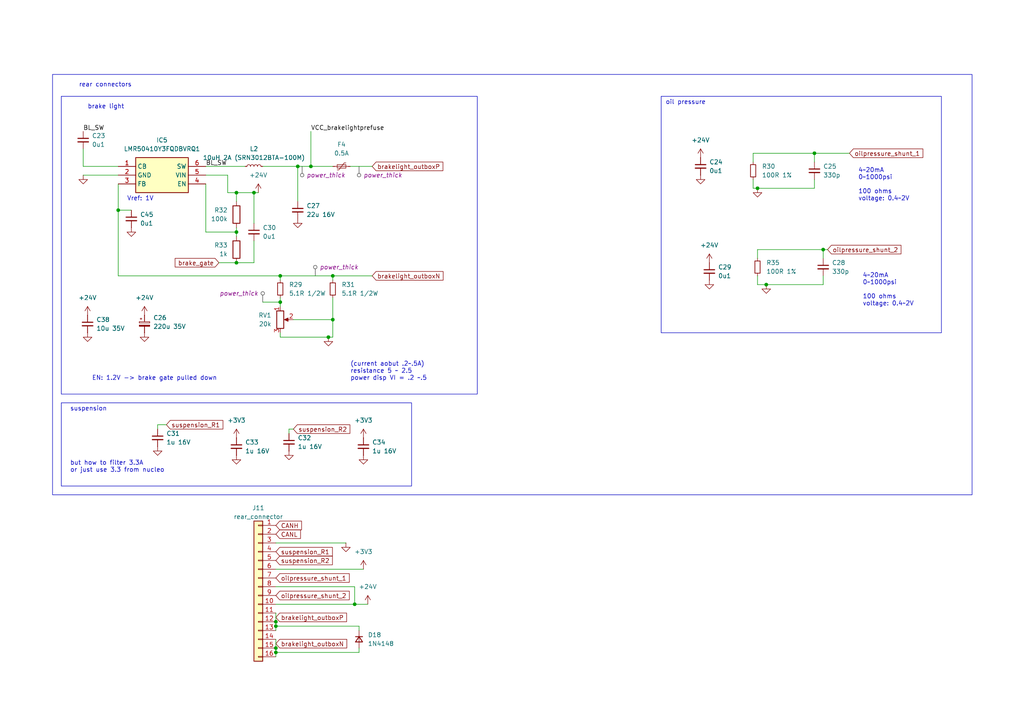
<source format=kicad_sch>
(kicad_sch (version 20231120) (generator "eeschema") (generator_version "8.0")
  (paper "A4")
  (title_block (title "rear box nucleo board 1") (date "2024-08-05") (rev "3.0") (company "NTURacing") (comment 1 "郭哲明") (comment 2 "Electrical group"))
  (lib_symbols
    (symbol "Connector_Generic:Conn_01x16" (pin_names (offset 1.016) hide)
      (property "Reference" "J" (at 0 20.32 0))
      (property "Value" "Conn_01x16" (at 0 -22.86 0))
      (symbol "Conn_01x16_1_1"
        (rectangle (start -1.27 -20.193) (end 0 -20.447) (stroke (width 0.1524)))
        (rectangle (start -1.27 -17.653) (end 0 -17.907) (stroke (width 0.1524)))
        (rectangle (start -1.27 -15.113) (end 0 -15.367) (stroke (width 0.1524)))
        (rectangle (start -1.27 -12.573) (end 0 -12.827) (stroke (width 0.1524)))
        (rectangle (start -1.27 -10.033) (end 0 -10.287) (stroke (width 0.1524)))
        (rectangle (start -1.27 -7.493) (end 0 -7.747) (stroke (width 0.1524)))
        (rectangle (start -1.27 -4.953) (end 0 -5.207) (stroke (width 0.1524)))
        (rectangle (start -1.27 -2.413) (end 0 -2.667) (stroke (width 0.1524)))
        (rectangle (start -1.27 0.127) (end 0 -0.127) (stroke (width 0.1524)))
        (rectangle (start -1.27 2.667) (end 0 2.413) (stroke (width 0.1524)))
        (rectangle (start -1.27 5.207) (end 0 4.953) (stroke (width 0.1524)))
        (rectangle (start -1.27 7.747) (end 0 7.493) (stroke (width 0.1524)))
        (rectangle (start -1.27 10.287) (end 0 10.033) (stroke (width 0.1524)))
        (rectangle (start -1.27 12.827) (end 0 12.573) (stroke (width 0.1524)))
        (rectangle (start -1.27 15.367) (end 0 15.113) (stroke (width 0.1524)))
        (rectangle (start -1.27 17.907) (end 0 17.653) (stroke (width 0.1524)))
        (rectangle (start -1.27 19.05) (end 1.27 -21.59) (stroke (width 0.254)) (fill (type background)))
        (pin passive line (at -5.08 17.78 0) (length 3.81) (name "Pin_1") (number "1"))
        (pin passive line (at -5.08 -5.08 0) (length 3.81) (name "Pin_10") (number "10"))
        (pin passive line (at -5.08 -7.62 0) (length 3.81) (name "Pin_11") (number "11"))
        (pin passive line (at -5.08 -10.16 0) (length 3.81) (name "Pin_12") (number "12"))
        (pin passive line (at -5.08 -12.7 0) (length 3.81) (name "Pin_13") (number "13"))
        (pin passive line (at -5.08 -15.24 0) (length 3.81) (name "Pin_14") (number "14"))
        (pin passive line (at -5.08 -17.78 0) (length 3.81) (name "Pin_15") (number "15"))
        (pin passive line (at -5.08 -20.32 0) (length 3.81) (name "Pin_16") (number "16"))
        (pin passive line (at -5.08 15.24 0) (length 3.81) (name "Pin_2") (number "2"))
        (pin passive line (at -5.08 12.7 0) (length 3.81) (name "Pin_3") (number "3"))
        (pin passive line (at -5.08 10.16 0) (length 3.81) (name "Pin_4") (number "4"))
        (pin passive line (at -5.08 7.62 0) (length 3.81) (name "Pin_5") (number "5"))
        (pin passive line (at -5.08 5.08 0) (length 3.81) (name "Pin_6") (number "6"))
        (pin passive line (at -5.08 2.54 0) (length 3.81) (name "Pin_7") (number "7"))
        (pin passive line (at -5.08 0 0) (length 3.81) (name "Pin_8") (number "8"))
        (pin passive line (at -5.08 -2.54 0) (length 3.81) (name "Pin_9") (number "9"))
      )
    )
    (symbol "Device:C_Polarized_Small" (pin_numbers hide) (pin_names (offset 0.254) hide)
      (property "Reference" "C" (at 0.254 1.778 0))
      (property "Value" "C_Polarized_Small" (at 0.254 -2.032 0))
      (symbol "C_Polarized_Small_0_1"
        (rectangle (start -1.524 -0.3048) (end 1.524 -0.6858) (fill (type outline)))
        (rectangle (start -1.524 0.6858) (end 1.524 0.3048))
        (polyline (pts (xy -1.27 1.524) (xy -0.762 1.524)))
        (polyline (pts (xy -1.016 1.27) (xy -1.016 1.778)))
      )
      (symbol "C_Polarized_Small_1_1"
        (pin passive line (at 0 2.54 270) (length 1.8542) (name "~") (number "1"))
        (pin passive line (at 0 -2.54 90) (length 1.8542) (name "~") (number "2"))
      )
    )
    (symbol "Device:C_Small" (pin_numbers hide) (pin_names (offset 0.254) hide)
      (property "Reference" "C" (at 0.254 1.778 0))
      (property "Value" "C_Small" (at 0.254 -2.032 0))
      (symbol "C_Small_0_1"
        (polyline (pts (xy -1.524 -0.508) (xy 1.524 -0.508)) (stroke (width 0.3302)))
        (polyline (pts (xy -1.524 0.508) (xy 1.524 0.508)) (stroke (width 0.3048)))
      )
      (symbol "C_Small_1_1"
        (pin passive line (at 0 2.54 270) (length 2.032) (name "~") (number "1"))
        (pin passive line (at 0 -2.54 90) (length 2.032) (name "~") (number "2"))
      )
    )
    (symbol "Device:D_Small" (pin_numbers hide) (pin_names (offset 0.254) hide)
      (property "Reference" "D" (at -1.27 2.032 0))
      (property "Value" "D_Small" (at -3.81 -2.032 0))
      (symbol "D_Small_0_1"
        (polyline (pts (xy -0.762 -1.016) (xy -0.762 1.016)) (stroke (width 0.254)))
        (polyline (pts (xy -0.762 0) (xy 0.762 0)))
        (polyline (pts (xy 0.762 -1.016) (xy -0.762 0) (xy 0.762 1.016) (xy 0.762 -1.016)) (stroke (width 0.254)))
      )
      (symbol "D_Small_1_1"
        (pin passive line (at -2.54 0 0) (length 1.778) (name "K") (number "1"))
        (pin passive line (at 2.54 0 180) (length 1.778) (name "A") (number "2"))
      )
    )
    (symbol "Device:L_Small" (pin_numbers hide) (pin_names (offset 0.254) hide)
      (property "Reference" "L" (at 0.762 1.016 0))
      (property "Value" "L_Small" (at 0.762 -1.016 0))
      (symbol "L_Small_0_1"
        (arc (start 0 -2.032) (mid 0.5058 -1.524) (end 0 -1.016))
        (arc (start 0 -1.016) (mid 0.5058 -0.508) (end 0 0))
        (arc (start 0 0) (mid 0.5058 0.508) (end 0 1.016))
        (arc (start 0 1.016) (mid 0.5058 1.524) (end 0 2.032))
      )
      (symbol "L_Small_1_1"
        (pin passive line (at 0 2.54 270) (length 0.508) (name "~") (number "1"))
        (pin passive line (at 0 -2.54 90) (length 0.508) (name "~") (number "2"))
      )
    )
    (symbol "Device:Polyfuse_Small" (pin_numbers hide) (pin_names (offset 0))
      (property "Reference" "F" (at -1.905 0 90))
      (property "Value" "Polyfuse_Small" (at 1.905 0 90))
      (symbol "Polyfuse_Small_0_1"
        (rectangle (start -0.508 1.27) (end 0.508 -1.27))
        (polyline (pts (xy 0 2.54) (xy 0 -2.54)))
        (polyline (pts (xy -1.016 1.27) (xy -1.016 0.762) (xy 1.016 -0.762) (xy 1.016 -1.27)))
      )
      (symbol "Polyfuse_Small_1_1"
        (pin passive line (at 0 2.54 270) (length 0.635) (name "~") (number "1"))
        (pin passive line (at 0 -2.54 90) (length 0.635) (name "~") (number "2"))
      )
    )
    (symbol "Device:R" (pin_numbers hide) (pin_names (offset 0))
      (property "Reference" "R" (at 2.032 0 90))
      (property "Value" "R" (at 0 0 90))
      (symbol "R_0_1"
        (rectangle (start -1.016 -2.54) (end 1.016 2.54) (stroke (width 0.254)))
      )
      (symbol "R_1_1"
        (pin passive line (at 0 3.81 270) (length 1.27) (name "~") (number "1"))
        (pin passive line (at 0 -3.81 90) (length 1.27) (name "~") (number "2"))
      )
    )
    (symbol "Device:R_Potentiometer" (pin_names (offset 1.016) hide)
      (property "Reference" "RV" (at -4.445 0 90))
      (property "Value" "R_Potentiometer" (at -2.54 0 90))
      (symbol "R_Potentiometer_0_1"
        (polyline (pts (xy 2.54 0) (xy 1.524 0)))
        (polyline (pts (xy 1.143 0) (xy 2.286 0.508) (xy 2.286 -0.508) (xy 1.143 0)) (fill (type outline)))
        (rectangle (start 1.016 2.54) (end -1.016 -2.54) (stroke (width 0.254)))
      )
      (symbol "R_Potentiometer_1_1"
        (pin passive line (at 0 3.81 270) (length 1.27) (name "1") (number "1"))
        (pin passive line (at 3.81 0 180) (length 1.27) (name "2") (number "2"))
        (pin passive line (at 0 -3.81 90) (length 1.27) (name "3") (number "3"))
      )
    )
    (symbol "Device:R_Small" (pin_numbers hide) (pin_names (offset 0.254) hide)
      (property "Reference" "R" (at 0.762 0.508 0))
      (property "Value" "R_Small" (at 0.762 -1.016 0))
      (symbol "R_Small_0_1"
        (rectangle (start -0.762 1.778) (end 0.762 -1.778) (stroke (width 0.2032)))
      )
      (symbol "R_Small_1_1"
        (pin passive line (at 0 2.54 270) (length 0.762) (name "~") (number "1"))
        (pin passive line (at 0 -2.54 90) (length 0.762) (name "~") (number "2"))
      )
    )
    (symbol "SamacSys_Parts:LMR50410Y3FQDBVRQ1"
      (property "Reference" "IC" (at 21.59 7.62 0))
      (property "Value" "LMR50410Y3FQDBVRQ1" (at 21.59 5.08 0))
      (symbol "LMR50410Y3FQDBVRQ1_1_1"
        (rectangle (start 5.08 2.54) (end 20.32 -7.62) (stroke (width 0.254)) (fill (type background)))
        (pin passive line (at 0 0 0) (length 5.08) (name "CB") (number "1"))
        (pin passive line (at 0 -2.54 0) (length 5.08) (name "GND") (number "2"))
        (pin passive line (at 0 -5.08 0) (length 5.08) (name "FB") (number "3"))
        (pin passive line (at 25.4 -5.08 180) (length 5.08) (name "EN") (number "4"))
        (pin passive line (at 25.4 -2.54 180) (length 5.08) (name "VIN") (number "5"))
        (pin passive line (at 25.4 0 180) (length 5.08) (name "SW") (number "6"))
      )
    )
    (symbol "power:+24V" (power) (pin_numbers hide) (pin_names (offset 0) hide)
      (property "Value" "+24V" (at 0 3.556 0))
      (symbol "+24V_0_1"
        (polyline (pts (xy -0.762 1.27) (xy 0 2.54)))
        (polyline (pts (xy 0 0) (xy 0 2.54)))
        (polyline (pts (xy 0 2.54) (xy 0.762 1.27)))
      )
      (symbol "+24V_1_1"
        (pin power_in line (at 0 0 90) (length 0) (name "~") (number "1"))
      )
    )
    (symbol "power:+3V3" (power) (pin_numbers hide) (pin_names (offset 0) hide)
      (property "Value" "+3V3" (at 0 3.556 0))
      (symbol "+3V3_0_1"
        (polyline (pts (xy -0.762 1.27) (xy 0 2.54)))
        (polyline (pts (xy 0 0) (xy 0 2.54)))
        (polyline (pts (xy 0 2.54) (xy 0.762 1.27)))
      )
      (symbol "+3V3_1_1"
        (pin power_in line (at 0 0 90) (length 0) (name "~") (number "1"))
      )
    )
    (symbol "power:GND" (power) (pin_numbers hide) (pin_names (offset 0) hide)
      (property "Value" "GND" (at 0 -3.81 0))
      (symbol "GND_0_1"
        (polyline (pts (xy 0 0) (xy 0 -1.27) (xy 1.27 -1.27) (xy 0 -2.54) (xy -1.27 -1.27) (xy 0 -1.27)))
      )
      (symbol "GND_1_1"
        (pin power_in line (at 0 0 270) (length 0) (name "~") (number "1"))
      )
    )
  )
  (junction (at 219.71 54.61))
  (junction (at 73.66 55.88))
  (junction (at 68.58 76.2))
  (junction (at 90.17 48.26))
  (junction (at 68.58 67.31))
  (junction (at 34.29 60.96))
  (junction (at 80.01 189.23))
  (junction (at 222.25 82.55))
  (junction (at 102.87 175.26))
  (junction (at 86.36 48.26))
  (junction (at 81.28 87.63))
  (junction (at 80.01 180.34))
  (junction (at 236.22 44.45))
  (junction (at 80.01 181.61))
  (junction (at 96.52 92.71))
  (junction (at 238.76 72.39))
  (junction (at 68.58 55.88))
  (junction (at 80.01 187.96))
  (junction (at 96.52 80.01))
  (junction (at 95.25 97.79))
  (junction (at 81.28 80.01))
  (wire (pts (xy 68.58 66.04) (xy 68.58 67.31)))
  (wire (pts (xy 80.01 189.23) (xy 80.01 187.96)))
  (wire (pts (xy 59.69 67.31) (xy 68.58 67.31)))
  (wire (pts (xy 83.82 125.73) (xy 83.82 124.46)))
  (wire (pts (xy 81.28 97.79) (xy 95.25 97.79)))
  (wire (pts (xy 68.58 55.88) (xy 66.04 55.88)))
  (wire (pts (xy 236.22 44.45) (xy 246.38 44.45)))
  (wire (pts (xy 76.2 48.26) (xy 86.36 48.26)))
  (wire (pts (xy 238.76 80.01) (xy 238.76 82.55)))
  (wire (pts (xy 34.29 60.96) (xy 34.29 80.01)))
  (wire (pts (xy 218.44 52.07) (xy 218.44 54.61)))
  (wire (pts (xy 80.01 180.34) (xy 80.01 181.61)))
  (wire (pts (xy 219.71 72.39) (xy 219.71 74.93)))
  (wire (pts (xy 236.22 52.07) (xy 236.22 54.61)))
  (wire (pts (xy 80.01 181.61) (xy 80.01 182.88)))
  (wire (pts (xy 104.14 181.61) (xy 104.14 182.88)))
  (wire (pts (xy 76.2 87.63) (xy 81.28 87.63)))
  (wire (pts (xy 83.82 124.46) (xy 85.09 124.46)))
  (wire (pts (xy 80.01 165.1) (xy 105.41 165.1)))
  (wire (pts (xy 90.17 38.1) (xy 90.17 48.26)))
  (wire (pts (xy 80.01 189.23) (xy 80.01 190.5)))
  (wire (pts (xy 107.95 80.01) (xy 96.52 80.01)))
  (wire (pts (xy 81.28 80.01) (xy 96.52 80.01)))
  (wire (pts (xy 68.58 58.42) (xy 68.58 55.88)))
  (wire (pts (xy 34.29 53.34) (xy 34.29 60.96)))
  (wire (pts (xy 73.66 55.88) (xy 73.66 64.77)))
  (wire (pts (xy 68.58 55.88) (xy 73.66 55.88)))
  (wire (pts (xy 106.68 175.26) (xy 102.87 175.26)))
  (wire (pts (xy 219.71 72.39) (xy 238.76 72.39)))
  (wire (pts (xy 96.52 97.79) (xy 95.25 97.79)))
  (wire (pts (xy 96.52 86.36) (xy 96.52 92.71)))
  (wire (pts (xy 34.29 48.26) (xy 24.13 48.26)))
  (wire (pts (xy 80.01 181.61) (xy 104.14 181.61)))
  (wire (pts (xy 238.76 72.39) (xy 238.76 74.93)))
  (wire (pts (xy 81.28 81.28) (xy 81.28 80.01)))
  (wire (pts (xy 238.76 72.39) (xy 240.03 72.39)))
  (wire (pts (xy 104.14 189.23) (xy 104.14 187.96)))
  (wire (pts (xy 81.28 80.01) (xy 34.29 80.01)))
  (wire (pts (xy 102.87 175.26) (xy 102.87 170.18)))
  (wire (pts (xy 219.71 54.61) (xy 236.22 54.61)))
  (wire (pts (xy 219.71 80.01) (xy 219.71 82.55)))
  (wire (pts (xy 81.28 87.63) (xy 81.28 88.9)))
  (wire (pts (xy 24.13 50.8) (xy 34.29 50.8)))
  (wire (pts (xy 101.6 48.26) (xy 107.95 48.26)))
  (wire (pts (xy 81.28 97.79) (xy 81.28 96.52)))
  (wire (pts (xy 100.33 157.48) (xy 80.01 157.48)))
  (wire (pts (xy 73.66 76.2) (xy 68.58 76.2)))
  (wire (pts (xy 80.01 189.23) (xy 104.14 189.23)))
  (wire (pts (xy 24.13 48.26) (xy 24.13 43.18)))
  (wire (pts (xy 80.01 175.26) (xy 102.87 175.26)))
  (wire (pts (xy 45.72 123.19) (xy 45.72 124.46)))
  (wire (pts (xy 96.52 92.71) (xy 96.52 97.79)))
  (wire (pts (xy 45.72 123.19) (xy 48.26 123.19)))
  (wire (pts (xy 71.12 48.26) (xy 59.69 48.26)))
  (wire (pts (xy 73.66 55.88) (xy 74.93 55.88)))
  (wire (pts (xy 86.36 58.42) (xy 86.36 48.26)))
  (wire (pts (xy 218.44 54.61) (xy 219.71 54.61)))
  (wire (pts (xy 73.66 69.85) (xy 73.66 76.2)))
  (wire (pts (xy 80.01 185.42) (xy 80.01 187.96)))
  (wire (pts (xy 85.09 92.71) (xy 96.52 92.71)))
  (wire (pts (xy 80.01 170.18) (xy 102.87 170.18)))
  (wire (pts (xy 59.69 53.34) (xy 59.69 67.31)))
  (wire (pts (xy 66.04 55.88) (xy 66.04 50.8)))
  (wire (pts (xy 68.58 68.58) (xy 68.58 67.31)))
  (wire (pts (xy 96.52 48.26) (xy 90.17 48.26)))
  (wire (pts (xy 63.5 76.2) (xy 68.58 76.2)))
  (wire (pts (xy 86.36 48.26) (xy 90.17 48.26)))
  (wire (pts (xy 80.01 177.8) (xy 80.01 180.34)))
  (wire (pts (xy 81.28 87.63) (xy 81.28 86.36)))
  (wire (pts (xy 66.04 50.8) (xy 59.69 50.8)))
  (wire (pts (xy 222.25 82.55) (xy 238.76 82.55)))
  (wire (pts (xy 236.22 44.45) (xy 236.22 46.99)))
  (wire (pts (xy 218.44 44.45) (xy 236.22 44.45)))
  (wire (pts (xy 219.71 82.55) (xy 222.25 82.55)))
  (wire (pts (xy 96.52 81.28) (xy 96.52 80.01)))
  (wire (pts (xy 218.44 44.45) (xy 218.44 46.99)))
  (wire (pts (xy 34.29 60.96) (xy 38.1 60.96)))
  (rectangle (start 17.78 116.84) (end 119.38 140.97))
  (rectangle (start 17.78 27.94) (end 138.43 114.3))
  (rectangle (start 191.77 27.94) (end 273.05 96.52))
  (rectangle (start 15.24 21.59) (end 281.94 143.51))
  (text "Vref: 1V" (at 36.83 58.42 0) (effects (font (size 1.27 1.27)) (justify left bottom)))
  (text "4~20mA\n0~1000psi\n\n100 ohms\nvoltage: 0.4~2V" (at 250.19 88.9 0) (effects (font (size 1.27 1.27)) (justify left bottom)))
  (text "oil pressure" (at 193.04 30.48 0) (effects (font (size 1.27 1.27)) (justify left bottom)))
  (text "but how to filter 3.3A\nor just use 3.3 from nucleo" (at 20.32 137.16 0) (effects (font (size 1.27 1.27)) (justify left bottom)))
  (text "(current aobut .2~.5A)\nresistance 5 ~ 2.5\npower disp VI = .2 ~.5" (at 101.6 110.49 0) (effects (font (size 1.27 1.27)) (justify left bottom)))
  (text "brake light\n" (at 25.4 31.75 0) (effects (font (size 1.27 1.27)) (justify left bottom)))
  (text "EN: 1.2V -> brake gate pulled down" (at 26.67 110.49 0) (effects (font (size 1.27 1.27)) (justify left bottom)))
  (text "rear connectors" (at 22.86 25.4 0) (effects (font (size 1.27 1.27)) (justify left bottom)))
  (text "suspension" (at 20.32 119.38 0) (effects (font (size 1.27 1.27)) (justify left bottom)))
  (text "4~20mA\n0~1000psi\n\n100 ohms\nvoltage: 0.4~2V" (at 248.92 58.42 0) (effects (font (size 1.27 1.27)) (justify left bottom)))
  (label "BL_SW" (at 24.13 38.1 0))
  (label "BL_SW" (at 59.69 48.26 0))
  (label "VCC_brakelightprefuse" (at 90.17 38.1 0))
  (global_label "brakelight_outboxP" (shape input) (at 107.95 48.26 0) (property "Intersheetrefs" "${INTERSHEET_REFS}" (effects (hide yes))))
  (global_label "brakelight_outboxN" (shape input) (at 80.01 186.69 0) (property "Intersheetrefs" "${INTERSHEET_REFS}" (effects (hide yes))))
  (global_label "suspension_R2" (shape input) (at 85.09 124.46 0) (property "Intersheetrefs" "${INTERSHEET_REFS}" (effects (hide yes))))
  (global_label "suspension_R1" (shape input) (at 48.26 123.19 0) (property "Intersheetrefs" "${INTERSHEET_REFS}" (effects (hide yes))))
  (global_label "brakelight_outboxN" (shape input) (at 107.95 80.01 0) (property "Intersheetrefs" "${INTERSHEET_REFS}" (effects (hide yes))))
  (global_label "oilpressure_shunt_1" (shape input) (at 80.01 167.64 0) (property "Intersheetrefs" "${INTERSHEET_REFS}" (effects (hide yes))))
  (global_label "suspension_R1" (shape input) (at 80.01 160.02 0) (property "Intersheetrefs" "${INTERSHEET_REFS}" (effects (hide yes))))
  (global_label "brakelight_outboxP" (shape input) (at 80.01 179.07 0) (property "Intersheetrefs" "${INTERSHEET_REFS}" (effects (hide yes))))
  (global_label "suspension_R2" (shape input) (at 80.01 162.56 0) (property "Intersheetrefs" "${INTERSHEET_REFS}" (effects (hide yes))))
  (global_label "oilpressure_shunt_2" (shape input) (at 80.01 172.72 0) (property "Intersheetrefs" "${INTERSHEET_REFS}" (effects (hide yes))))
  (global_label "CANL" (shape input) (at 80.01 154.94 0) (property "Intersheetrefs" "${INTERSHEET_REFS}" (effects (hide yes))))
  (global_label "CANH" (shape input) (at 80.01 152.4 0) (property "Intersheetrefs" "${INTERSHEET_REFS}" (effects (hide yes))))
  (global_label "oilpressure_shunt_1" (shape input) (at 246.38 44.45 0) (property "Intersheetrefs" "${INTERSHEET_REFS}" (effects (hide yes))))
  (global_label "oilpressure_shunt_2" (shape input) (at 240.03 72.39 0) (property "Intersheetrefs" "${INTERSHEET_REFS}" (effects (hide yes))))
  (global_label "brake_gate" (shape input) (at 63.5 76.2 180) (property "Intersheetrefs" "${INTERSHEET_REFS}" (effects (hide yes))))
  (netclass_flag "" (length 2.54) (shape round) (at 104.14 48.26 180) (property "Netclass" "power_thick" (at 105.41 50.8 0) (effects (font (italic yes)) (justify left))))
  (netclass_flag "" (length 2.54) (shape round) (at 87.63 48.26 180) (property "Netclass" "power_thick" (at 88.9 50.8 0) (effects (font (italic yes)) (justify left))))
  (netclass_flag "" (length 2.54) (shape round) (at 76.2 87.63 0) (property "Netclass" "power_thick" (at 74.93 85.09 0) (effects (font (italic yes)) (justify right))))
  (netclass_flag "" (length 2.54) (shape round) (at 91.44 80.01 0) (property "Netclass" "power_thick" (at 92.71 77.47 0) (effects (font (italic yes)) (justify left))))
  (symbol (lib_id "power:GND") (at 86.36 63.5 0) (unit 1)
    (property "Reference" "#PWR0111" (effects (hide yes)))
    (property "Value" "GND" (effects (hide yes)))
    (property "Description" "Power symbol creates a global label with name \"GND\" , ground" (effects (hide yes)))
  )
  (symbol (lib_id "Device:C_Small") (at 238.76 77.47 0) (unit 1)
    (property "Reference" "C28" (at 241.3 76.2063 0) (effects (justify left)))
    (property "Value" "330p" (at 241.3 78.7463 0) (effects (justify left)))
    (property "Footprint" "Capacitor_SMD:C_0603_1608Metric" (effects (hide yes)))
    (property "Description" "Unpolarized capacitor, small symbol" (effects (hide yes)))
  )
  (symbol (lib_id "Device:C_Small") (at 38.1 63.5 0) (unit 1)
    (property "Reference" "C45" (at 40.64 62.2363 0) (effects (justify left)))
    (property "Value" "0u1" (at 40.64 64.7763 0) (effects (justify left)))
    (property "Footprint" "Capacitor_SMD:C_0603_1608Metric" (effects (hide yes)))
    (property "Description" "Unpolarized capacitor, small symbol" (effects (hide yes)))
  )
  (symbol (lib_id "power:GND") (at 105.41 132.08 0) (unit 1)
    (property "Reference" "#PWR0125" (effects (hide yes)))
    (property "Value" "GND" (effects (hide yes)))
    (property "Description" "Power symbol creates a global label with name \"GND\" , ground" (effects (hide yes)))
  )
  (symbol (lib_id "power:GND") (at 68.58 132.08 0) (unit 1)
    (property "Reference" "#PWR0124" (effects (hide yes)))
    (property "Value" "GND" (effects (hide yes)))
    (property "Description" "Power symbol creates a global label with name \"GND\" , ground" (effects (hide yes)))
  )
  (symbol (lib_id "Device:C_Small") (at 25.4 93.98 0) (unit 1)
    (property "Reference" "C38" (at 27.94 92.7162 0) (effects (justify left)))
    (property "Value" "10u 35V" (at 27.94 95.2562 0) (effects (justify left)))
    (property "Footprint" "Capacitor_SMD:C_1206_3216Metric" (effects (hide yes)))
    (property "Description" "Unpolarized capacitor, small symbol" (effects (hide yes)))
  )
  (symbol (lib_id "power:GND") (at 203.2 50.8 0) (unit 1)
    (property "Reference" "#PWR0107" (effects (hide yes)))
    (property "Value" "GND" (effects (hide yes)))
    (property "Description" "Power symbol creates a global label with name \"GND\" , ground" (effects (hide yes)))
  )
  (symbol (lib_id "Device:C_Small") (at 45.72 127 0) (unit 1)
    (property "Reference" "C31" (at 48.26 125.7363 0) (effects (justify left)))
    (property "Value" "1u 16V" (at 48.26 128.2763 0) (effects (justify left)))
    (property "Footprint" "Capacitor_SMD:C_0603_1608Metric" (effects (hide yes)))
    (property "Description" "Unpolarized capacitor, small symbol" (effects (hide yes)))
  )
  (symbol (lib_id "power:+3V3") (at 105.41 165.1 0) (unit 1)
    (property "Reference" "#PWR0127" (effects (hide yes)))
    (property "Value" "+3V3" (at 105.41 160.02 0))
    (property "Description" "Power symbol creates a global label with name \"+3V3\"" (effects (hide yes)))
  )
  (symbol (lib_id "Device:C_Small") (at 236.22 49.53 0) (unit 1)
    (property "Reference" "C25" (at 238.76 48.2663 0) (effects (justify left)))
    (property "Value" "330p" (at 238.76 50.8063 0) (effects (justify left)))
    (property "Footprint" "Capacitor_SMD:C_0603_1608Metric" (effects (hide yes)))
    (property "Description" "Unpolarized capacitor, small symbol" (effects (hide yes)))
  )
  (symbol (lib_id "power:+24V") (at 203.2 45.72 0) (unit 1)
    (property "Reference" "#PWR0105" (effects (hide yes)))
    (property "Value" "+24V" (at 203.2 40.64 0))
    (property "Description" "Power symbol creates a global label with name \"+24V\"" (effects (hide yes)))
  )
  (symbol (lib_id "Device:C_Polarized_Small") (at 41.91 93.98 0) (unit 1)
    (property "Reference" "C26" (at 44.45 92.1639 0) (effects (justify left)))
    (property "Value" "220u 35V" (at 44.45 94.7039 0) (effects (justify left)))
    (property "Footprint" "Capacitor_THT:CP_Radial_D8.0mm_P3.80mm" (effects (hide yes)))
    (property "Description" "Polarized capacitor, small symbol" (effects (hide yes)))
  )
  (symbol (lib_id "SamacSys_Parts:LMR50410Y3FQDBVRQ1") (at 34.29 48.26 0) (unit 1)
    (property "Reference" "IC5" (at 46.99 40.64 0))
    (property "Value" "LMR50410Y3FQDBVRQ1" (at 46.99 43.18 0))
    (property "Footprint" "SamacSys_Parts:SOT95P280X145-6N" (effects (hide yes)))
    (property "Datasheet" "https://www.ti.com/lit/ds/symlink/lmr50410-q1.pdf?ts=1611309677669" (effects (hide yes)))
    (property "Description" "LMR50410Y3FQDBVRQ1" (effects (hide yes)))
    (property "Height" "1.45" (effects (hide yes)))
    (property "Mouser Part Number" "595-R50410Y3FQDBVRQ1" (effects (hide yes)))
    (property "Mouser Price/Stock" "https://www.mouser.co.uk/ProductDetail/Texas-Instruments/LMR50410Y3FQDBVRQ1?qs=81r%252BiQLm7BTaIXwCgdOuiA%3D%3D" (effects (hide yes)))
    (property "Manufacturer_Name" "Texas Instruments" (effects (hide yes)))
    (property "Manufacturer_Part_Number" "LMR50410Y3FQDBVRQ1" (effects (hide yes)))
  )
  (symbol (lib_id "Device:R_Small") (at 219.71 77.47 0) (unit 1)
    (property "Reference" "R35" (at 222.25 76.2 0) (effects (justify left)))
    (property "Value" "100R 1%" (at 222.25 78.74 0) (effects (justify left)))
    (property "Footprint" "Resistor_SMD:R_0805_2012Metric" (effects (hide yes)))
    (property "Description" "Resistor, small symbol" (effects (hide yes)))
  )
  (symbol (lib_id "power:+24V") (at 41.91 91.44 0) (unit 1)
    (property "Reference" "#PWR0112" (effects (hide yes)))
    (property "Value" "+24V" (at 41.91 86.36 0))
    (property "Description" "Power symbol creates a global label with name \"+24V\"" (effects (hide yes)))
  )
  (symbol (lib_id "Device:R") (at 68.58 72.39 0) (mirror y) (unit 1)
    (property "Reference" "R33" (at 66.04 71.12 0) (effects (justify left)))
    (property "Value" "1k" (at 66.04 73.66 0) (effects (justify left)))
    (property "Footprint" "Resistor_SMD:R_0603_1608Metric" (effects (hide yes)))
    (property "Description" "Resistor" (effects (hide yes)))
    (instances (project "rearbox_nucleo_1" (path "" (reference "R33") (unit 1))) (project "BMS_MASTER_STM32F105RC" (path "" (reference "R17") (unit 1))))
  )
  (symbol (lib_id "power:+3V3") (at 105.41 127 0) (unit 1)
    (property "Reference" "#PWR0121" (effects (hide yes)))
    (property "Value" "+3V3" (at 105.41 121.92 0))
    (property "Description" "Power symbol creates a global label with name \"+3V3\"" (effects (hide yes)))
  )
  (symbol (lib_id "Device:R_Small") (at 96.52 83.82 180) (unit 1)
    (property "Reference" "R31" (at 99.06 82.55 0) (effects (justify right)))
    (property "Value" "5.1R 1/2W" (at 99.06 85.09 0) (effects (justify right)))
    (property "Footprint" "Resistor_THT:R_Axial_DIN0309_L9.0mm_D3.2mm_P2.54mm_Vertical" (effects (hide yes)))
    (property "Description" "Resistor, small symbol" (effects (hide yes)))
  )
  (symbol (lib_id "power:GND") (at 100.33 157.48 0) (unit 1)
    (property "Reference" "#PWR0126" (effects (hide yes)))
    (property "Value" "GND" (effects (hide yes)))
    (property "Description" "Power symbol creates a global label with name \"GND\" , ground" (effects (hide yes)))
  )
  (symbol (lib_id "power:GND") (at 24.13 50.8 0) (unit 1)
    (property "Reference" "#PWR0106" (effects (hide yes)))
    (property "Value" "GND" (effects (hide yes)))
    (property "Description" "Power symbol creates a global label with name \"GND\" , ground" (effects (hide yes)))
  )
  (symbol (lib_id "Device:R") (at 68.58 62.23 0) (mirror y) (unit 1)
    (property "Reference" "R32" (at 66.04 60.96 0) (effects (justify left)))
    (property "Value" "100k" (at 66.04 63.5 0) (effects (justify left)))
    (property "Footprint" "Resistor_SMD:R_0603_1608Metric" (effects (hide yes)))
    (property "Description" "Resistor" (effects (hide yes)))
    (instances (project "rearbox_nucleo_1" (path "" (reference "R32") (unit 1))) (project "BMS_MASTER_STM32F105RC" (path "" (reference "R17") (unit 1))))
  )
  (symbol (lib_id "Device:L_Small") (at 73.66 48.26 90) (unit 1)
    (property "Reference" "L2" (at 73.66 43.18 90))
    (property "Value" "10uH 2A (SRN3012BTA-100M)" (at 73.66 45.72 90))
    (property "Footprint" "SamacSys_Parts:SRN3012BTA100M" (effects (hide yes)))
    (property "Description" "Inductor, small symbol" (effects (hide yes)))
  )
  (symbol (lib_id "power:GND") (at 41.91 96.52 0) (unit 1)
    (property "Reference" "#PWR0110" (effects (hide yes)))
    (property "Value" "GND" (effects (hide yes)))
    (property "Description" "Power symbol creates a global label with name \"GND\" , ground" (effects (hide yes)))
  )
  (symbol (lib_id "Device:R_Potentiometer") (at 81.28 92.71 0) (unit 1)
    (property "Reference" "RV1" (at 78.74 91.44 0) (effects (justify right)))
    (property "Value" "20k" (at 78.74 93.98 0) (effects (justify right)))
    (property "Footprint" "Potentiometer_THT:Potentiometer_Vishay_T73YP_Vertical" (effects (hide yes)))
    (property "Description" "Potentiometer" (effects (hide yes)))
  )
  (symbol (lib_id "power:GND") (at 205.74 81.28 0) (unit 1)
    (property "Reference" "#PWR0115" (effects (hide yes)))
    (property "Value" "GND" (effects (hide yes)))
    (property "Description" "Power symbol creates a global label with name \"GND\" , ground" (effects (hide yes)))
  )
  (symbol (lib_id "Device:C_Small") (at 68.58 129.54 0) (unit 1)
    (property "Reference" "C33" (at 71.12 128.2763 0) (effects (justify left)))
    (property "Value" "1u 16V" (at 71.12 130.8163 0) (effects (justify left)))
    (property "Footprint" "Capacitor_SMD:C_0603_1608Metric" (effects (hide yes)))
    (property "Description" "Unpolarized capacitor, small symbol" (effects (hide yes)))
  )
  (symbol (lib_id "power:+24V") (at 74.93 55.88 0) (unit 1)
    (property "Reference" "#PWR0109" (effects (hide yes)))
    (property "Value" "+24V" (at 74.93 50.8 0))
    (property "Description" "Power symbol creates a global label with name \"+24V\"" (effects (hide yes)))
  )
  (symbol (lib_id "Device:C_Small") (at 203.2 48.26 0) (unit 1)
    (property "Reference" "C24" (at 205.74 46.9963 0) (effects (justify left)))
    (property "Value" "0u1" (at 205.74 49.5363 0) (effects (justify left)))
    (property "Footprint" "Capacitor_SMD:C_0603_1608Metric" (effects (hide yes)))
    (property "Description" "Unpolarized capacitor, small symbol" (effects (hide yes)))
  )
  (symbol (lib_id "Device:R_Small") (at 81.28 83.82 180) (unit 1)
    (property "Reference" "R29" (at 83.82 82.55 0) (effects (justify right)))
    (property "Value" "5.1R 1/2W" (at 83.82 85.09 0) (effects (justify right)))
    (property "Footprint" "Resistor_THT:R_Axial_DIN0309_L9.0mm_D3.2mm_P2.54mm_Vertical" (effects (hide yes)))
    (property "Description" "Resistor, small symbol" (effects (hide yes)))
  )
  (symbol (lib_id "power:GND") (at 95.25 97.79 0) (unit 1)
    (property "Reference" "#PWR0113" (effects (hide yes)))
    (property "Value" "GND" (effects (hide yes)))
    (property "Description" "Power symbol creates a global label with name \"GND\" , ground" (effects (hide yes)))
  )
  (symbol (lib_id "power:+24V") (at 25.4 91.44 0) (unit 1)
    (property "Reference" "#PWR04" (effects (hide yes)))
    (property "Value" "+24V" (at 25.4 86.36 0))
    (property "Description" "Power symbol creates a global label with name \"+24V\"" (effects (hide yes)))
  )
  (symbol (lib_id "Device:C_Small") (at 86.36 60.96 0) (unit 1)
    (property "Reference" "C27" (at 88.9 59.6962 0) (effects (justify left)))
    (property "Value" "22u 16V" (at 88.9 62.2362 0) (effects (justify left)))
    (property "Footprint" "Capacitor_SMD:C_1206_3216Metric" (effects (hide yes)))
    (property "Description" "Unpolarized capacitor, small symbol" (effects (hide yes)))
  )
  (symbol (lib_id "power:+3V3") (at 68.58 127 0) (unit 1)
    (property "Reference" "#PWR0120" (effects (hide yes)))
    (property "Value" "+3V3" (at 68.58 121.92 0))
    (property "Description" "Power symbol creates a global label with name \"+3V3\"" (effects (hide yes)))
  )
  (symbol (lib_id "Device:C_Small") (at 83.82 128.27 0) (unit 1)
    (property "Reference" "C32" (at 86.36 127.0063 0) (effects (justify left)))
    (property "Value" "1u 16V" (at 86.36 129.5463 0) (effects (justify left)))
    (property "Footprint" "Capacitor_SMD:C_0603_1608Metric" (effects (hide yes)))
    (property "Description" "Unpolarized capacitor, small symbol" (effects (hide yes)))
  )
  (symbol (lib_id "power:GND") (at 38.1 66.04 0) (unit 1)
    (property "Reference" "#PWR0169" (effects (hide yes)))
    (property "Value" "GND" (effects (hide yes)))
    (property "Description" "Power symbol creates a global label with name \"GND\" , ground" (effects (hide yes)))
  )
  (symbol (lib_id "Device:R_Small") (at 218.44 49.53 0) (unit 1)
    (property "Reference" "R30" (at 220.98 48.26 0) (effects (justify left)))
    (property "Value" "100R 1%" (at 220.98 50.8 0) (effects (justify left)))
    (property "Footprint" "Resistor_SMD:R_0805_2012Metric" (effects (hide yes)))
    (property "Description" "Resistor, small symbol" (effects (hide yes)))
  )
  (symbol (lib_id "power:+24V") (at 106.68 175.26 0) (unit 1)
    (property "Reference" "#PWR0128" (effects (hide yes)))
    (property "Value" "+24V" (at 106.68 170.18 0))
    (property "Description" "Power symbol creates a global label with name \"+24V\"" (effects (hide yes)))
  )
  (symbol (lib_id "power:+24V") (at 205.74 76.2 0) (unit 1)
    (property "Reference" "#PWR0114" (effects (hide yes)))
    (property "Value" "+24V" (at 205.74 71.12 0))
    (property "Description" "Power symbol creates a global label with name \"+24V\"" (effects (hide yes)))
  )
  (symbol (lib_id "Device:D_Small") (at 104.14 185.42 270) (unit 1)
    (property "Reference" "D18" (at 106.68 184.15 90) (effects (justify left)))
    (property "Value" "1N4148" (at 106.68 186.69 90) (effects (justify left)))
    (property "Footprint" "Diode_SMD:D_MiniMELF" (effects (hide yes)))
    (property "Description" "Diode, small symbol" (effects (hide yes)))
    (property "Sim.Device" "D" (effects (hide yes)))
    (property "Sim.Pins" "1=K 2=A" (effects (hide yes)))
  )
  (symbol (lib_id "power:GND") (at 25.4 96.52 0) (unit 1)
    (property "Reference" "#PWR05" (effects (hide yes)))
    (property "Value" "GND" (effects (hide yes)))
    (property "Description" "Power symbol creates a global label with name \"GND\" , ground" (effects (hide yes)))
  )
  (symbol (lib_id "Connector_Generic:Conn_01x16") (at 74.93 170.18 0) (mirror y) (unit 1)
    (property "Reference" "J11" (at 74.93 147.32 0))
    (property "Value" "rear_connector" (at 74.93 149.86 0))
    (property "Footprint" "Connector_IDC:IDC-Header_2x08_P2.54mm_Vertical" (effects (hide yes)))
    (property "Description" "Generic connector, single row, 01x16, script generated (kicad-library-utils/schlib/autogen/connector/)" (effects (hide yes)))
  )
  (symbol (lib_id "power:GND") (at 222.25 82.55 0) (unit 1)
    (property "Reference" "#PWR0116" (effects (hide yes)))
    (property "Value" "GND" (effects (hide yes)))
    (property "Description" "Power symbol creates a global label with name \"GND\" , ground" (effects (hide yes)))
  )
  (symbol (lib_id "power:GND") (at 219.71 54.61 0) (unit 1)
    (property "Reference" "#PWR0108" (effects (hide yes)))
    (property "Value" "GND" (effects (hide yes)))
    (property "Description" "Power symbol creates a global label with name \"GND\" , ground" (effects (hide yes)))
  )
  (symbol (lib_id "power:GND") (at 83.82 130.81 0) (unit 1)
    (property "Reference" "#PWR0123" (effects (hide yes)))
    (property "Value" "GND" (effects (hide yes)))
    (property "Description" "Power symbol creates a global label with name \"GND\" , ground" (effects (hide yes)))
  )
  (symbol (lib_id "Device:C_Small") (at 105.41 129.54 0) (unit 1)
    (property "Reference" "C34" (at 107.95 128.2763 0) (effects (justify left)))
    (property "Value" "1u 16V" (at 107.95 130.8163 0) (effects (justify left)))
    (property "Footprint" "Capacitor_SMD:C_0603_1608Metric" (effects (hide yes)))
    (property "Description" "Unpolarized capacitor, small symbol" (effects (hide yes)))
  )
  (symbol (lib_id "power:GND") (at 45.72 129.54 0) (unit 1)
    (property "Reference" "#PWR0122" (effects (hide yes)))
    (property "Value" "GND" (effects (hide yes)))
    (property "Description" "Power symbol creates a global label with name \"GND\" , ground" (effects (hide yes)))
  )
  (symbol (lib_id "Device:C_Small") (at 205.74 78.74 0) (unit 1)
    (property "Reference" "C29" (at 208.28 77.4763 0) (effects (justify left)))
    (property "Value" "0u1" (at 208.28 80.0163 0) (effects (justify left)))
    (property "Footprint" "Capacitor_SMD:C_0603_1608Metric" (effects (hide yes)))
    (property "Description" "Unpolarized capacitor, small symbol" (effects (hide yes)))
  )
  (symbol (lib_id "Device:C_Small") (at 73.66 67.31 0) (unit 1)
    (property "Reference" "C30" (at 76.2 66.0463 0) (effects (justify left)))
    (property "Value" "0u1" (at 76.2 68.5863 0) (effects (justify left)))
    (property "Footprint" "Capacitor_SMD:C_0603_1608Metric" (effects (hide yes)))
    (property "Description" "Unpolarized capacitor, small symbol" (effects (hide yes)))
  )
  (symbol (lib_id "Device:C_Small") (at 24.13 40.64 0) (unit 1)
    (property "Reference" "C23" (at 26.67 39.3763 0) (effects (justify left)))
    (property "Value" "0u1" (at 26.67 41.9163 0) (effects (justify left)))
    (property "Footprint" "Capacitor_SMD:C_0603_1608Metric" (effects (hide yes)))
    (property "Description" "Unpolarized capacitor, small symbol" (effects (hide yes)))
  )
  (symbol (lib_id "Device:Polyfuse_Small") (at 99.06 48.26 270) (unit 1)
    (property "Reference" "F4" (at 99.06 41.91 90))
    (property "Value" "0.5A" (at 99.06 44.45 90))
    (property "Footprint" "Fuse:Fuse_1206_3216Metric" (effects (hide yes)))
    (property "Description" "Resettable fuse, polymeric positive temperature coefficient, small symbol" (effects (hide yes)))
  )
)
</source>
